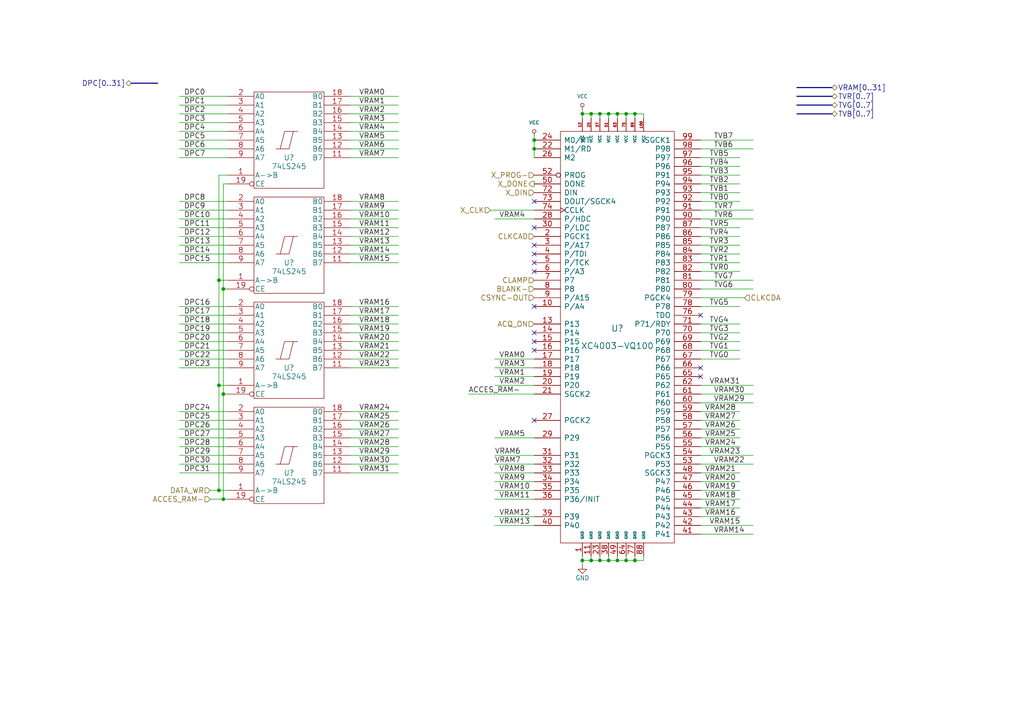
<source format=kicad_sch>
(kicad_sch (version 20250114) (generator "eeschema") (generator_version "9.0")
  (paper "A4")
  (title_block (title "Video") (date "Sun 22 Mar 2015") (rev "2.0B") (company "Kicad EDA"))
  (lib_symbols
    (symbol "74LS245_1" (pin_names (offset 0.254))
      (property "Reference" "U" (at 2.54 14.605 0))
      (property "Value" "74LS245" (at 1.27 -14.605 0))
      (symbol "74LS245_1_0_0"
        (pin power_in line (at 0 13.97 270) (length 0) (hide yes) (name "VCC") (number "20"))
        (pin power_in line (at 0 -13.97 90) (length 0) (hide yes) (name "GND") (number "10"))
      )
      (symbol "74LS245_1_0_1"
        (rectangle (start -10.16 13.97) (end 10.16 -13.97))
        (polyline (pts (xy 1.27 2.54) (xy 0 -2.54) (xy -2.54 -2.54)))
        (polyline (pts (xy 2.54 2.54) (xy -1.27 2.54) (xy -2.54 -2.54) (xy -3.81 -2.54)))
      )
      (symbol "74LS245_1_1_1"
        (pin tri_state line (at -17.78 12.7 0) (length 7.62) (name "A0") (number "2"))
        (pin tri_state line (at -17.78 10.16 0) (length 7.62) (name "A1") (number "3"))
        (pin tri_state line (at -17.78 7.62 0) (length 7.62) (name "A2") (number "4"))
        (pin tri_state line (at -17.78 5.08 0) (length 7.62) (name "A3") (number "5"))
        (pin tri_state line (at -17.78 2.54 0) (length 7.62) (name "A4") (number "6"))
        (pin tri_state line (at -17.78 0 0) (length 7.62) (name "A5") (number "7"))
        (pin tri_state line (at -17.78 -2.54 0) (length 7.62) (name "A6") (number "8"))
        (pin tri_state line (at -17.78 -5.08 0) (length 7.62) (name "A7") (number "9"))
        (pin input line (at -17.78 -10.16 0) (length 7.62) (name "A->B") (number "1"))
        (pin input inverted (at -17.78 -12.7 0) (length 7.62) (name "CE") (number "19"))
        (pin tri_state line (at 17.78 12.7 180) (length 7.62) (name "B0") (number "18"))
        (pin tri_state line (at 17.78 10.16 180) (length 7.62) (name "B1") (number "17"))
        (pin tri_state line (at 17.78 7.62 180) (length 7.62) (name "B2") (number "16"))
        (pin tri_state line (at 17.78 5.08 180) (length 7.62) (name "B3") (number "15"))
        (pin tri_state line (at 17.78 2.54 180) (length 7.62) (name "B4") (number "14"))
        (pin tri_state line (at 17.78 0 180) (length 7.62) (name "B5") (number "13"))
        (pin tri_state line (at 17.78 -2.54 180) (length 7.62) (name "B6") (number "12"))
        (pin tri_state line (at 17.78 -5.08 180) (length 7.62) (name "B7") (number "11"))
      )
    )
    (symbol "74LS245_2" (pin_names (offset 0.254))
      (property "Reference" "U" (at 2.54 14.605 0))
      (property "Value" "74LS245" (at 1.27 -14.605 0))
      (symbol "74LS245_2_0_0"
        (pin power_in line (at 0 13.97 270) (length 0) (hide yes) (name "VCC") (number "20"))
        (pin power_in line (at 0 -13.97 90) (length 0) (hide yes) (name "GND") (number "10"))
      )
      (symbol "74LS245_2_0_1"
        (rectangle (start -10.16 13.97) (end 10.16 -13.97))
        (polyline (pts (xy 1.27 2.54) (xy 0 -2.54) (xy -2.54 -2.54)))
        (polyline (pts (xy 2.54 2.54) (xy -1.27 2.54) (xy -2.54 -2.54) (xy -3.81 -2.54)))
      )
      (symbol "74LS245_2_1_1"
        (pin tri_state line (at -17.78 12.7 0) (length 7.62) (name "A0") (number "2"))
        (pin tri_state line (at -17.78 10.16 0) (length 7.62) (name "A1") (number "3"))
        (pin tri_state line (at -17.78 7.62 0) (length 7.62) (name "A2") (number "4"))
        (pin tri_state line (at -17.78 5.08 0) (length 7.62) (name "A3") (number "5"))
        (pin tri_state line (at -17.78 2.54 0) (length 7.62) (name "A4") (number "6"))
        (pin tri_state line (at -17.78 0 0) (length 7.62) (name "A5") (number "7"))
        (pin tri_state line (at -17.78 -2.54 0) (length 7.62) (name "A6") (number "8"))
        (pin tri_state line (at -17.78 -5.08 0) (length 7.62) (name "A7") (number "9"))
        (pin input line (at -17.78 -10.16 0) (length 7.62) (name "A->B") (number "1"))
        (pin input inverted (at -17.78 -12.7 0) (length 7.62) (name "CE") (number "19"))
        (pin tri_state line (at 17.78 12.7 180) (length 7.62) (name "B0") (number "18"))
        (pin tri_state line (at 17.78 10.16 180) (length 7.62) (name "B1") (number "17"))
        (pin tri_state line (at 17.78 7.62 180) (length 7.62) (name "B2") (number "16"))
        (pin tri_state line (at 17.78 5.08 180) (length 7.62) (name "B3") (number "15"))
        (pin tri_state line (at 17.78 2.54 180) (length 7.62) (name "B4") (number "14"))
        (pin tri_state line (at 17.78 0 180) (length 7.62) (name "B5") (number "13"))
        (pin tri_state line (at 17.78 -2.54 180) (length 7.62) (name "B6") (number "12"))
        (pin tri_state line (at 17.78 -5.08 180) (length 7.62) (name "B7") (number "11"))
      )
    )
    (symbol "74LS245_3" (pin_names (offset 0.254))
      (property "Reference" "U" (at 2.54 14.605 0))
      (property "Value" "74LS245" (at 1.27 -14.605 0))
      (symbol "74LS245_3_0_0"
        (pin power_in line (at 0 13.97 270) (length 0) (hide yes) (name "VCC") (number "20"))
        (pin power_in line (at 0 -13.97 90) (length 0) (hide yes) (name "GND") (number "10"))
      )
      (symbol "74LS245_3_0_1"
        (rectangle (start -10.16 13.97) (end 10.16 -13.97))
        (polyline (pts (xy 1.27 2.54) (xy 0 -2.54) (xy -2.54 -2.54)))
        (polyline (pts (xy 2.54 2.54) (xy -1.27 2.54) (xy -2.54 -2.54) (xy -3.81 -2.54)))
      )
      (symbol "74LS245_3_1_1"
        (pin tri_state line (at -17.78 12.7 0) (length 7.62) (name "A0") (number "2"))
        (pin tri_state line (at -17.78 10.16 0) (length 7.62) (name "A1") (number "3"))
        (pin tri_state line (at -17.78 7.62 0) (length 7.62) (name "A2") (number "4"))
        (pin tri_state line (at -17.78 5.08 0) (length 7.62) (name "A3") (number "5"))
        (pin tri_state line (at -17.78 2.54 0) (length 7.62) (name "A4") (number "6"))
        (pin tri_state line (at -17.78 0 0) (length 7.62) (name "A5") (number "7"))
        (pin tri_state line (at -17.78 -2.54 0) (length 7.62) (name "A6") (number "8"))
        (pin tri_state line (at -17.78 -5.08 0) (length 7.62) (name "A7") (number "9"))
        (pin input line (at -17.78 -10.16 0) (length 7.62) (name "A->B") (number "1"))
        (pin input inverted (at -17.78 -12.7 0) (length 7.62) (name "CE") (number "19"))
        (pin tri_state line (at 17.78 12.7 180) (length 7.62) (name "B0") (number "18"))
        (pin tri_state line (at 17.78 10.16 180) (length 7.62) (name "B1") (number "17"))
        (pin tri_state line (at 17.78 7.62 180) (length 7.62) (name "B2") (number "16"))
        (pin tri_state line (at 17.78 5.08 180) (length 7.62) (name "B3") (number "15"))
        (pin tri_state line (at 17.78 2.54 180) (length 7.62) (name "B4") (number "14"))
        (pin tri_state line (at 17.78 0 180) (length 7.62) (name "B5") (number "13"))
        (pin tri_state line (at 17.78 -2.54 180) (length 7.62) (name "B6") (number "12"))
        (pin tri_state line (at 17.78 -5.08 180) (length 7.62) (name "B7") (number "11"))
      )
    )
    (symbol "power:GND" (power) (pin_names (offset 0))
      (property "Value" "GND" (at 0 -3.81 0))
      (symbol "GND_0_1"
        (polyline (pts (xy 0 0) (xy 0 -1.27) (xy 1.27 -1.27) (xy 0 -2.54) (xy -1.27 -1.27) (xy 0 -1.27)))
      )
      (symbol "GND_1_1"
        (pin power_in line (at 0 0 270) (length 0) (hide yes) (name "GND") (number "1"))
      )
    )
    (symbol "video_schlib:74LS245" (pin_names (offset 0.254))
      (property "Reference" "U" (at 2.54 14.605 0))
      (property "Value" "74LS245" (at 1.27 -14.605 0))
      (symbol "74LS245_0_0"
        (pin power_in line (at 0 13.97 270) (length 0) (hide yes) (name "VCC") (number "20"))
        (pin power_in line (at 0 -13.97 90) (length 0) (hide yes) (name "GND") (number "10"))
      )
      (symbol "74LS245_0_1"
        (rectangle (start -10.16 13.97) (end 10.16 -13.97))
        (polyline (pts (xy 1.27 2.54) (xy 0 -2.54) (xy -2.54 -2.54)))
        (polyline (pts (xy 2.54 2.54) (xy -1.27 2.54) (xy -2.54 -2.54) (xy -3.81 -2.54)))
      )
      (symbol "74LS245_1_1"
        (pin tri_state line (at -17.78 12.7 0) (length 7.62) (name "A0") (number "2"))
        (pin tri_state line (at -17.78 10.16 0) (length 7.62) (name "A1") (number "3"))
        (pin tri_state line (at -17.78 7.62 0) (length 7.62) (name "A2") (number "4"))
        (pin tri_state line (at -17.78 5.08 0) (length 7.62) (name "A3") (number "5"))
        (pin tri_state line (at -17.78 2.54 0) (length 7.62) (name "A4") (number "6"))
        (pin tri_state line (at -17.78 0 0) (length 7.62) (name "A5") (number "7"))
        (pin tri_state line (at -17.78 -2.54 0) (length 7.62) (name "A6") (number "8"))
        (pin tri_state line (at -17.78 -5.08 0) (length 7.62) (name "A7") (number "9"))
        (pin input line (at -17.78 -10.16 0) (length 7.62) (name "A->B") (number "1"))
        (pin input inverted (at -17.78 -12.7 0) (length 7.62) (name "CE") (number "19"))
        (pin tri_state line (at 17.78 12.7 180) (length 7.62) (name "B0") (number "18"))
        (pin tri_state line (at 17.78 10.16 180) (length 7.62) (name "B1") (number "17"))
        (pin tri_state line (at 17.78 7.62 180) (length 7.62) (name "B2") (number "16"))
        (pin tri_state line (at 17.78 5.08 180) (length 7.62) (name "B3") (number "15"))
        (pin tri_state line (at 17.78 2.54 180) (length 7.62) (name "B4") (number "14"))
        (pin tri_state line (at 17.78 0 180) (length 7.62) (name "B5") (number "13"))
        (pin tri_state line (at 17.78 -2.54 180) (length 7.62) (name "B6") (number "12"))
        (pin tri_state line (at 17.78 -5.08 180) (length 7.62) (name "B7") (number "11"))
      )
    )
    (symbol "video_schlib:VCC" (power) (pin_names (offset 0))
      (property "Value" "VCC" (at 0 2.54 0))
      (symbol "VCC_0_0"
        (pin power_in line (at 0 0 90) (length 0) (hide yes) (name "VCC") (number "1"))
      )
      (symbol "VCC_0_1"
        (circle (center 0 1.27) (radius 0.508))
        (polyline (pts (xy 0 0) (xy 0 0.762) (xy 0 0.762)))
      )
    )
    (symbol "video_schlib:XC4003-VQ100" (pin_names (offset 1.016))
      (property "Reference" "U" (at 0 2.54 0))
      (property "Value" "XC4003-VQ100" (at 0 -2.54 0))
      (symbol "XC4003-VQ100_0_1"
        (rectangle (start -16.51 -59.69) (end 16.51 59.69))
      )
      (symbol "XC4003-VQ100_1_1"
        (pin input line (at -24.13 57.15 0) (length 7.62) (name "M0/RT") (number "24"))
        (pin input line (at -24.13 54.61 0) (length 7.62) (name "M1/RD") (number "22"))
        (pin passive line (at -24.13 52.07 0) (length 7.62) (name "M2") (number "26"))
        (pin input inverted (at -24.13 46.99 0) (length 7.62) (name "PROG") (number "52"))
        (pin open_collector line (at -24.13 44.45 0) (length 7.62) (name "DONE") (number "50"))
        (pin passive line (at -24.13 41.91 0) (length 7.62) (name "DIN") (number "72"))
        (pin passive line (at -24.13 39.37 0) (length 7.62) (name "DOUT/SGCK4") (number "73"))
        (pin input clock (at -24.13 36.83 0) (length 7.62) (name "CCLK") (number "74"))
        (pin passive line (at -24.13 34.29 0) (length 7.62) (name "P/HDC") (number "28"))
        (pin passive line (at -24.13 31.75 0) (length 7.62) (name "P/LDC") (number "30"))
        (pin passive line (at -24.13 29.21 0) (length 7.62) (name "PGCK1") (number "2"))
        (pin passive line (at -24.13 26.67 0) (length 7.62) (name "P/A17") (number "3"))
        (pin passive line (at -24.13 24.13 0) (length 7.62) (name "P/TDI") (number "4"))
        (pin passive line (at -24.13 21.59 0) (length 7.62) (name "P/TCK") (number "5"))
        (pin passive line (at -24.13 19.05 0) (length 7.62) (name "P/A3") (number "6"))
        (pin passive line (at -24.13 16.51 0) (length 7.62) (name "P7") (number "7"))
        (pin passive line (at -24.13 13.97 0) (length 7.62) (name "P8") (number "8"))
        (pin passive line (at -24.13 11.43 0) (length 7.62) (name "P/A15") (number "9"))
        (pin passive line (at -24.13 8.89 0) (length 7.62) (name "P/A4") (number "10"))
        (pin bidirectional line (at -24.13 3.81 0) (length 7.62) (name "P13") (number "13"))
        (pin passive line (at -24.13 1.27 0) (length 7.62) (name "P14") (number "14"))
        (pin passive line (at -24.13 -1.27 0) (length 7.62) (name "P15") (number "15"))
        (pin passive line (at -24.13 -3.81 0) (length 7.62) (name "P16") (number "16"))
        (pin passive line (at -24.13 -6.35 0) (length 7.62) (name "P17") (number "17"))
        (pin passive line (at -24.13 -8.89 0) (length 7.62) (name "P18") (number "18"))
        (pin passive line (at -24.13 -11.43 0) (length 7.62) (name "P19") (number "19"))
        (pin passive line (at -24.13 -13.97 0) (length 7.62) (name "P20") (number "20"))
        (pin passive line (at -24.13 -16.51 0) (length 7.62) (name "SGCK2") (number "21"))
        (pin passive line (at -24.13 -24.13 0) (length 7.62) (name "PGCK2") (number "27"))
        (pin passive line (at -24.13 -29.21 0) (length 7.62) (name "P29") (number "29"))
        (pin passive line (at -24.13 -34.29 0) (length 7.62) (name "P31") (number "31"))
        (pin passive line (at -24.13 -36.83 0) (length 7.62) (name "P32") (number "32"))
        (pin passive line (at -24.13 -39.37 0) (length 7.62) (name "P33") (number "33"))
        (pin passive line (at -24.13 -41.91 0) (length 7.62) (name "P34") (number "34"))
        (pin passive line (at -24.13 -44.45 0) (length 7.62) (name "P35") (number "35"))
        (pin passive line (at -24.13 -46.99 0) (length 7.62) (name "P36/INIT") (number "36"))
        (pin passive line (at -24.13 -52.07 0) (length 7.62) (name "P39") (number "39"))
        (pin passive line (at -24.13 -54.61 0) (length 7.62) (name "P40") (number "40"))
        (pin power_in line (at -10.16 63.5 270) (length 3.81) (name "VCC") (number "12"))
        (pin power_in line (at -10.16 -63.5 90) (length 3.81) (name "GND") (number "1"))
        (pin power_in line (at -7.62 63.5 270) (length 3.81) (name "VCC") (number "25"))
        (pin power_in line (at -7.62 -63.5 90) (length 3.81) (name "GND") (number "11"))
        (pin power_in line (at -5.08 63.5 270) (length 3.81) (name "VCC") (number "37"))
        (pin power_in line (at -5.08 -63.5 90) (length 3.81) (name "GND") (number "23"))
        (pin power_in line (at -2.54 63.5 270) (length 3.81) (name "VCC") (number "51"))
        (pin power_in line (at -2.54 -63.5 90) (length 3.81) (name "GND") (number "38"))
        (pin power_in line (at 0 63.5 270) (length 3.81) (name "VCC") (number "63"))
        (pin power_in line (at 0 -63.5 90) (length 3.81) (name "GND") (number "49"))
        (pin power_in line (at 2.54 63.5 270) (length 3.81) (name "VCC") (number "75"))
        (pin power_in line (at 2.54 -63.5 90) (length 3.81) (name "GND") (number "64"))
        (pin power_in line (at 5.08 63.5 270) (length 3.81) (name "VCC") (number "89"))
        (pin power_in line (at 5.08 -63.5 90) (length 3.81) (name "GND") (number "77"))
        (pin power_in line (at 7.62 63.5 270) (length 3.81) (name "VCC") (number "100"))
        (pin power_in line (at 7.62 -63.5 90) (length 3.81) (name "GND") (number "88"))
        (pin bidirectional line (at 24.13 57.15 180) (length 7.62) (name "SGCK1") (number "99"))
        (pin bidirectional line (at 24.13 54.61 180) (length 7.62) (name "P98") (number "98"))
        (pin passive line (at 24.13 52.07 180) (length 7.62) (name "P97") (number "97"))
        (pin passive line (at 24.13 49.53 180) (length 7.62) (name "P96") (number "96"))
        (pin passive line (at 24.13 46.99 180) (length 7.62) (name "P91") (number "95"))
        (pin passive line (at 24.13 44.45 180) (length 7.62) (name "P94") (number "94"))
        (pin passive line (at 24.13 41.91 180) (length 7.62) (name "P93") (number "93"))
        (pin passive line (at 24.13 39.37 180) (length 7.62) (name "P92") (number "92"))
        (pin passive line (at 24.13 36.83 180) (length 7.62) (name "P91") (number "91"))
        (pin bidirectional line (at 24.13 34.29 180) (length 7.62) (name "P90") (number "90"))
        (pin passive line (at 24.13 31.75 180) (length 7.62) (name "P87") (number "87"))
        (pin passive line (at 24.13 29.21 180) (length 7.62) (name "P86") (number "86"))
        (pin passive line (at 24.13 26.67 180) (length 7.62) (name "P85") (number "85"))
        (pin passive line (at 24.13 24.13 180) (length 7.62) (name "P84") (number "84"))
        (pin passive line (at 24.13 21.59 180) (length 7.62) (name "P83") (number "83"))
        (pin passive line (at 24.13 19.05 180) (length 7.62) (name "P82") (number "82"))
        (pin passive line (at 24.13 16.51 180) (length 7.62) (name "P81") (number "81"))
        (pin passive line (at 24.13 13.97 180) (length 7.62) (name "P80") (number "80"))
        (pin passive line (at 24.13 11.43 180) (length 7.62) (name "PGCK4") (number "79"))
        (pin passive line (at 24.13 8.89 180) (length 7.62) (name "P78") (number "78"))
        (pin output line (at 24.13 6.35 180) (length 7.62) (name "TDO") (number "76"))
        (pin passive line (at 24.13 3.81 180) (length 7.62) (name "P71/RDY") (number "71"))
        (pin passive line (at 24.13 1.27 180) (length 7.62) (name "P70") (number "70"))
        (pin passive line (at 24.13 -1.27 180) (length 7.62) (name "P69") (number "69"))
        (pin passive line (at 24.13 -3.81 180) (length 7.62) (name "P68") (number "68"))
        (pin passive line (at 24.13 -6.35 180) (length 7.62) (name "P67") (number "67"))
        (pin passive line (at 24.13 -8.89 180) (length 7.62) (name "P66") (number "66"))
        (pin passive line (at 24.13 -11.43 180) (length 7.62) (name "P65") (number "65"))
        (pin passive line (at 24.13 -13.97 180) (length 7.62) (name "P62") (number "62"))
        (pin passive line (at 24.13 -16.51 180) (length 7.62) (name "P61") (number "61"))
        (pin passive line (at 24.13 -19.05 180) (length 7.62) (name "P60") (number "60"))
        (pin passive line (at 24.13 -21.59 180) (length 7.62) (name "P59") (number "59"))
        (pin passive line (at 24.13 -24.13 180) (length 7.62) (name "P58") (number "58"))
        (pin passive line (at 24.13 -26.67 180) (length 7.62) (name "P57") (number "57"))
        (pin bidirectional line (at 24.13 -29.21 180) (length 7.62) (name "P56") (number "56"))
        (pin passive line (at 24.13 -31.75 180) (length 7.62) (name "P55") (number "55"))
        (pin bidirectional line (at 24.13 -34.29 180) (length 7.62) (name "PGCK3") (number "54"))
        (pin bidirectional line (at 24.13 -36.83 180) (length 7.62) (name "P53") (number "53"))
        (pin passive line (at 24.13 -39.37 180) (length 7.62) (name "SGCK3") (number "48"))
        (pin passive line (at 24.13 -41.91 180) (length 7.62) (name "P47") (number "47"))
        (pin passive line (at 24.13 -44.45 180) (length 7.62) (name "P46") (number "46"))
        (pin passive line (at 24.13 -46.99 180) (length 7.62) (name "P45") (number "45"))
        (pin passive line (at 24.13 -49.53 180) (length 7.62) (name "P44") (number "44"))
        (pin passive line (at 24.13 -52.07 180) (length 7.62) (name "P43") (number "43"))
        (pin passive line (at 24.13 -54.61 180) (length 7.62) (name "P42") (number "42"))
        (pin passive line (at 24.13 -57.15 180) (length 7.62) (name "P41") (number "41"))
      )
    )
  )
  (junction (at 154.94 40.64) (diameter 0.9144))
  (junction (at 168.91 33.02))
  (junction (at 173.99 33.02))
  (junction (at 173.99 162.56))
  (junction (at 64.77 144.78) (diameter 0.9144))
  (junction (at 181.61 162.56))
  (junction (at 179.07 162.56))
  (junction (at 171.45 33.02))
  (junction (at 168.91 162.56))
  (junction (at 184.15 33.02))
  (junction (at 184.15 162.56))
  (junction (at 171.45 162.56))
  (junction (at 181.61 33.02))
  (junction (at 176.53 162.56))
  (junction (at 63.5 81.28) (diameter 0.9144))
  (junction (at 154.94 43.18) (diameter 0.9144))
  (junction (at 176.53 33.02))
  (junction (at 64.77 114.3) (diameter 0.9144))
  (junction (at 63.5 111.76) (diameter 0.9144))
  (junction (at 64.77 83.82) (diameter 0.9144))
  (junction (at 63.5 142.24) (diameter 0.9144))
  (junction (at 179.07 33.02))
  (no_connect (at 154.94 96.52))
  (no_connect (at 154.94 58.42))
  (no_connect (at 154.94 73.66))
  (no_connect (at 154.94 78.74))
  (no_connect (at 154.94 66.04))
  (no_connect (at 154.94 71.12))
  (no_connect (at 203.2 109.22))
  (no_connect (at 203.2 91.44))
  (no_connect (at 154.94 88.9))
  (no_connect (at 154.94 76.2))
  (no_connect (at 203.2 106.68))
  (no_connect (at 154.94 121.92))
  (no_connect (at 154.94 99.06))
  (no_connect (at 154.94 101.6))
  (wire (pts (xy 66.04 101.6) (xy 52.07 101.6)))
  (wire (pts (xy 143.51 149.86) (xy 154.94 149.86)))
  (wire (pts (xy 101.6 93.98) (xy 115.57 93.98)))
  (wire (pts (xy 154.94 40.64) (xy 154.94 39.37)))
  (wire (pts (xy 203.2 93.98) (xy 214.63 93.98)))
  (wire (pts (xy 203.2 101.6) (xy 214.63 101.6)))
  (wire (pts (xy 176.53 161.29) (xy 176.53 162.56)))
  (wire (pts (xy 154.94 43.18) (xy 154.94 40.64)))
  (wire (pts (xy 143.51 127) (xy 154.94 127)))
  (wire (pts (xy 63.5 50.8) (xy 66.04 50.8)))
  (wire (pts (xy 143.51 144.78) (xy 154.94 144.78)))
  (wire (pts (xy 63.5 142.24) (xy 66.04 142.24)))
  (wire (pts (xy 66.04 63.5) (xy 52.07 63.5)))
  (wire (pts (xy 176.53 162.56) (xy 173.99 162.56)))
  (wire (pts (xy 168.91 33.02) (xy 168.91 34.29)))
  (wire (pts (xy 154.94 45.72) (xy 154.94 43.18)))
  (wire (pts (xy 101.6 45.72) (xy 115.57 45.72)))
  (wire (pts (xy 66.04 45.72) (xy 52.07 45.72)))
  (wire (pts (xy 66.04 66.04) (xy 52.07 66.04)))
  (wire (pts (xy 66.04 27.94) (xy 52.07 27.94)))
  (wire (pts (xy 179.07 162.56) (xy 176.53 162.56)))
  (wire (pts (xy 66.04 58.42) (xy 52.07 58.42)))
  (wire (pts (xy 101.6 58.42) (xy 115.57 58.42)))
  (wire (pts (xy 101.6 134.62) (xy 115.57 134.62)))
  (wire (pts (xy 64.77 83.82) (xy 64.77 53.34)))
  (wire (pts (xy 203.2 45.72) (xy 214.63 45.72)))
  (wire (pts (xy 203.2 121.92) (xy 214.63 121.92)))
  (wire (pts (xy 218.44 81.28) (xy 203.2 81.28)))
  (wire (pts (xy 203.2 139.7) (xy 214.63 139.7)))
  (wire (pts (xy 179.07 161.29) (xy 179.07 162.56)))
  (bus (pts (xy 231.14 25.4) (xy 241.3 25.4)))
  (wire (pts (xy 203.2 88.9) (xy 214.63 88.9)))
  (wire (pts (xy 218.44 152.4) (xy 203.2 152.4)))
  (wire (pts (xy 66.04 88.9) (xy 52.07 88.9)))
  (wire (pts (xy 218.44 114.3) (xy 203.2 114.3)))
  (wire (pts (xy 171.45 161.29) (xy 171.45 162.56)))
  (wire (pts (xy 66.04 83.82) (xy 64.77 83.82)))
  (wire (pts (xy 66.04 30.48) (xy 52.07 30.48)))
  (wire (pts (xy 66.04 132.08) (xy 52.07 132.08)))
  (wire (pts (xy 154.94 60.96) (xy 142.24 60.96)))
  (wire (pts (xy 101.6 91.44) (xy 115.57 91.44)))
  (wire (pts (xy 101.6 101.6) (xy 115.57 101.6)))
  (wire (pts (xy 66.04 73.66) (xy 52.07 73.66)))
  (wire (pts (xy 171.45 33.02) (xy 173.99 33.02)))
  (wire (pts (xy 181.61 162.56) (xy 179.07 162.56)))
  (wire (pts (xy 66.04 35.56) (xy 52.07 35.56)))
  (wire (pts (xy 143.51 111.76) (xy 154.94 111.76)))
  (wire (pts (xy 143.51 152.4) (xy 154.94 152.4)))
  (wire (pts (xy 203.2 78.74) (xy 214.63 78.74)))
  (wire (pts (xy 203.2 124.46) (xy 214.63 124.46)))
  (wire (pts (xy 101.6 35.56) (xy 115.57 35.56)))
  (bus (pts (xy 231.14 30.48) (xy 241.3 30.48)))
  (wire (pts (xy 101.6 63.5) (xy 115.57 63.5)))
  (wire (pts (xy 101.6 73.66) (xy 115.57 73.66)))
  (wire (pts (xy 203.2 127) (xy 214.63 127)))
  (wire (pts (xy 66.04 127) (xy 52.07 127)))
  (wire (pts (xy 181.61 161.29) (xy 181.61 162.56)))
  (wire (pts (xy 218.44 132.08) (xy 203.2 132.08)))
  (wire (pts (xy 66.04 119.38) (xy 52.07 119.38)))
  (wire (pts (xy 181.61 33.02) (xy 181.61 34.29)))
  (wire (pts (xy 63.5 111.76) (xy 63.5 81.28)))
  (wire (pts (xy 101.6 137.16) (xy 115.57 137.16)))
  (wire (pts (xy 64.77 114.3) (xy 64.77 83.82)))
  (wire (pts (xy 101.6 43.18) (xy 115.57 43.18)))
  (wire (pts (xy 66.04 114.3) (xy 64.77 114.3)))
  (wire (pts (xy 101.6 66.04) (xy 115.57 66.04)))
  (wire (pts (xy 101.6 121.92) (xy 115.57 121.92)))
  (wire (pts (xy 171.45 33.02) (xy 171.45 34.29)))
  (wire (pts (xy 203.2 66.04) (xy 214.63 66.04)))
  (wire (pts (xy 218.44 111.76) (xy 203.2 111.76)))
  (wire (pts (xy 179.07 34.29) (xy 179.07 33.02)))
  (wire (pts (xy 64.77 53.34) (xy 66.04 53.34)))
  (wire (pts (xy 203.2 144.78) (xy 214.63 144.78)))
  (wire (pts (xy 101.6 124.46) (xy 115.57 124.46)))
  (wire (pts (xy 218.44 43.18) (xy 203.2 43.18)))
  (wire (pts (xy 66.04 93.98) (xy 52.07 93.98)))
  (wire (pts (xy 184.15 33.02) (xy 186.69 33.02)))
  (wire (pts (xy 179.07 33.02) (xy 181.61 33.02)))
  (wire (pts (xy 203.2 50.8) (xy 214.63 50.8)))
  (wire (pts (xy 66.04 121.92) (xy 52.07 121.92)))
  (wire (pts (xy 171.45 162.56) (xy 168.91 162.56)))
  (wire (pts (xy 203.2 73.66) (xy 214.63 73.66)))
  (wire (pts (xy 203.2 99.06) (xy 214.63 99.06)))
  (wire (pts (xy 66.04 99.06) (xy 52.07 99.06)))
  (wire (pts (xy 66.04 68.58) (xy 52.07 68.58)))
  (wire (pts (xy 168.91 31.75) (xy 168.91 33.02)))
  (wire (pts (xy 186.69 162.56) (xy 184.15 162.56)))
  (wire (pts (xy 66.04 91.44) (xy 52.07 91.44)))
  (wire (pts (xy 203.2 68.58) (xy 214.63 68.58)))
  (wire (pts (xy 66.04 104.14) (xy 52.07 104.14)))
  (wire (pts (xy 203.2 53.34) (xy 214.63 53.34)))
  (wire (pts (xy 173.99 161.29) (xy 173.99 162.56)))
  (wire (pts (xy 203.2 104.14) (xy 214.63 104.14)))
  (wire (pts (xy 60.96 142.24) (xy 63.5 142.24)))
  (wire (pts (xy 203.2 129.54) (xy 214.63 129.54)))
  (wire (pts (xy 66.04 124.46) (xy 52.07 124.46)))
  (wire (pts (xy 218.44 60.96) (xy 203.2 60.96)))
  (wire (pts (xy 184.15 162.56) (xy 181.61 162.56)))
  (wire (pts (xy 203.2 119.38) (xy 214.63 119.38)))
  (wire (pts (xy 66.04 96.52) (xy 52.07 96.52)))
  (wire (pts (xy 101.6 104.14) (xy 115.57 104.14)))
  (wire (pts (xy 218.44 63.5) (xy 203.2 63.5)))
  (wire (pts (xy 66.04 38.1) (xy 52.07 38.1)))
  (wire (pts (xy 203.2 55.88) (xy 214.63 55.88)))
  (wire (pts (xy 143.51 142.24) (xy 154.94 142.24)))
  (wire (pts (xy 203.2 137.16) (xy 214.63 137.16)))
  (wire (pts (xy 203.2 48.26) (xy 214.63 48.26)))
  (wire (pts (xy 143.51 139.7) (xy 154.94 139.7)))
  (wire (pts (xy 101.6 132.08) (xy 115.57 132.08)))
  (wire (pts (xy 168.91 33.02) (xy 171.45 33.02)))
  (wire (pts (xy 101.6 88.9) (xy 115.57 88.9)))
  (wire (pts (xy 176.53 33.02) (xy 179.07 33.02)))
  (wire (pts (xy 101.6 99.06) (xy 115.57 99.06)))
  (wire (pts (xy 63.5 142.24) (xy 63.5 111.76)))
  (wire (pts (xy 66.04 43.18) (xy 52.07 43.18)))
  (wire (pts (xy 203.2 147.32) (xy 214.63 147.32)))
  (wire (pts (xy 101.6 33.02) (xy 115.57 33.02)))
  (wire (pts (xy 101.6 106.68) (xy 115.57 106.68)))
  (wire (pts (xy 66.04 60.96) (xy 52.07 60.96)))
  (wire (pts (xy 101.6 30.48) (xy 115.57 30.48)))
  (wire (pts (xy 173.99 33.02) (xy 176.53 33.02)))
  (wire (pts (xy 66.04 106.68) (xy 52.07 106.68)))
  (wire (pts (xy 218.44 40.64) (xy 203.2 40.64)))
  (wire (pts (xy 176.53 33.02) (xy 176.53 34.29)))
  (wire (pts (xy 143.51 106.68) (xy 154.94 106.68)))
  (bus (pts (xy 231.14 33.02) (xy 241.3 33.02)))
  (wire (pts (xy 184.15 33.02) (xy 184.15 34.29)))
  (wire (pts (xy 101.6 96.52) (xy 115.57 96.52)))
  (bus (pts (xy 38.1 24.13) (xy 45.72 24.13)))
  (wire (pts (xy 203.2 76.2) (xy 214.63 76.2)))
  (wire (pts (xy 66.04 144.78) (xy 64.77 144.78)))
  (wire (pts (xy 101.6 129.54) (xy 115.57 129.54)))
  (wire (pts (xy 168.91 161.29) (xy 168.91 162.56)))
  (wire (pts (xy 203.2 96.52) (xy 214.63 96.52)))
  (wire (pts (xy 181.61 33.02) (xy 184.15 33.02)))
  (wire (pts (xy 101.6 127) (xy 115.57 127)))
  (wire (pts (xy 66.04 129.54) (xy 52.07 129.54)))
  (wire (pts (xy 218.44 83.82) (xy 203.2 83.82)))
  (wire (pts (xy 66.04 137.16) (xy 52.07 137.16)))
  (wire (pts (xy 66.04 33.02) (xy 52.07 33.02)))
  (wire (pts (xy 66.04 40.64) (xy 52.07 40.64)))
  (wire (pts (xy 184.15 161.29) (xy 184.15 162.56)))
  (wire (pts (xy 64.77 144.78) (xy 64.77 114.3)))
  (wire (pts (xy 154.94 134.62) (xy 143.51 134.62)))
  (wire (pts (xy 101.6 38.1) (xy 115.57 38.1)))
  (wire (pts (xy 203.2 142.24) (xy 214.63 142.24)))
  (wire (pts (xy 218.44 154.94) (xy 203.2 154.94)))
  (wire (pts (xy 168.91 162.56) (xy 168.91 163.83)))
  (wire (pts (xy 186.69 33.02) (xy 186.69 34.29)))
  (wire (pts (xy 143.51 109.22) (xy 154.94 109.22)))
  (wire (pts (xy 203.2 86.36) (xy 215.9 86.36)))
  (wire (pts (xy 64.77 144.78) (xy 60.96 144.78)))
  (wire (pts (xy 101.6 119.38) (xy 115.57 119.38)))
  (wire (pts (xy 101.6 40.64) (xy 115.57 40.64)))
  (wire (pts (xy 101.6 60.96) (xy 115.57 60.96)))
  (wire (pts (xy 154.94 114.3) (xy 135.89 114.3)))
  (wire (pts (xy 143.51 137.16) (xy 154.94 137.16)))
  (wire (pts (xy 173.99 33.02) (xy 173.99 34.29)))
  (wire (pts (xy 66.04 81.28) (xy 63.5 81.28)))
  (wire (pts (xy 173.99 162.56) (xy 171.45 162.56)))
  (wire (pts (xy 203.2 71.12) (xy 214.63 71.12)))
  (wire (pts (xy 66.04 134.62) (xy 52.07 134.62)))
  (wire (pts (xy 101.6 76.2) (xy 115.57 76.2)))
  (wire (pts (xy 66.04 76.2) (xy 52.07 76.2)))
  (wire (pts (xy 203.2 58.42) (xy 214.63 58.42)))
  (wire (pts (xy 66.04 111.76) (xy 63.5 111.76)))
  (wire (pts (xy 63.5 81.28) (xy 63.5 50.8)))
  (wire (pts (xy 66.04 71.12) (xy 52.07 71.12)))
  (wire (pts (xy 101.6 68.58) (xy 115.57 68.58)))
  (wire (pts (xy 143.51 63.5) (xy 154.94 63.5)))
  (wire (pts (xy 186.69 161.29) (xy 186.69 162.56)))
  (wire (pts (xy 101.6 27.94) (xy 115.57 27.94)))
  (wire (pts (xy 101.6 71.12) (xy 115.57 71.12)))
  (wire (pts (xy 218.44 116.84) (xy 203.2 116.84)))
  (wire (pts (xy 143.51 104.14) (xy 154.94 104.14)))
  (wire (pts (xy 218.44 134.62) (xy 203.2 134.62)))
  (wire (pts (xy 203.2 149.86) (xy 214.63 149.86)))
  (bus (pts (xy 231.14 27.94) (xy 241.3 27.94)))
  (wire (pts (xy 154.94 132.08) (xy 143.51 132.08)))
  (label "DPC1" (at 53.34 30.48 0) (effects (font (size 1.524 1.524))))
  (label "VRAM10" (at 144.78 142.24 0) (effects (font (size 1.524 1.524))))
  (label "TVR2" (at 205.74 73.66 0) (effects (font (size 1.524 1.524))))
  (label "VRAM30" (at 104.14 134.62 0) (effects (font (size 1.524 1.524))))
  (label "TVB4" (at 205.74 48.26 0) (effects (font (size 1.524 1.524))))
  (label "VRAM24" (at 204.47 129.54 0) (effects (font (size 1.524 1.524))))
  (label "VRAM8" (at 104.14 58.42 0) (effects (font (size 1.524 1.524))))
  (label "DPC27" (at 53.34 127 0) (effects (font (size 1.524 1.524))))
  (label "TVR0" (at 205.74 78.74 0) (effects (font (size 1.524 1.524))))
  (label "VRAM5" (at 104.14 40.64 0) (effects (font (size 1.524 1.524))))
  (label "TVB0" (at 205.74 58.42 0) (effects (font (size 1.524 1.524))))
  (label "DPC17" (at 53.34 91.44 0) (effects (font (size 1.524 1.524))))
  (label "DPC3" (at 53.34 35.56 0) (effects (font (size 1.524 1.524))))
  (label "VRAM8" (at 144.78 137.16 0) (effects (font (size 1.524 1.524))))
  (label "VRAM27" (at 204.47 121.92 0) (effects (font (size 1.524 1.524))))
  (label "VRAM11" (at 144.78 144.78 0) (effects (font (size 1.524 1.524))))
  (label "VRAM21" (at 104.14 101.6 0) (effects (font (size 1.524 1.524))))
  (label "VRAM14" (at 207.01 154.94 0) (effects (font (size 1.524 1.524))))
  (label "VRAM11" (at 104.14 66.04 0) (effects (font (size 1.524 1.524))))
  (label "VRAM20" (at 104.14 99.06 0) (effects (font (size 1.524 1.524))))
  (label "VRAM24" (at 104.14 119.38 0) (effects (font (size 1.524 1.524))))
  (label "DPC16" (at 53.34 88.9 0) (effects (font (size 1.524 1.524))))
  (label "VRAM9" (at 104.14 60.96 0) (effects (font (size 1.524 1.524))))
  (label "VRAM22" (at 207.01 134.62 0) (effects (font (size 1.524 1.524))))
  (label "VRAM5" (at 144.78 127 0) (effects (font (size 1.524 1.524))))
  (label "VRAM19" (at 204.47 142.24 0) (effects (font (size 1.524 1.524))))
  (label "TVG2" (at 205.74 99.06 0) (effects (font (size 1.524 1.524))))
  (label "VRAM17" (at 204.47 147.32 0) (effects (font (size 1.524 1.524))))
  (label "TVB7" (at 207.01 40.64 0) (effects (font (size 1.524 1.524))))
  (label "DPC18" (at 53.34 93.98 0) (effects (font (size 1.524 1.524))))
  (label "VRAM12" (at 144.78 149.86 0) (effects (font (size 1.524 1.524))))
  (label "VRAM3" (at 144.78 106.68 0) (effects (font (size 1.524 1.524))))
  (label "VRAM25" (at 104.14 121.92 0) (effects (font (size 1.524 1.524))))
  (label "VRAM30" (at 207.01 114.3 0) (effects (font (size 1.524 1.524))))
  (label "TVR4" (at 205.74 68.58 0) (effects (font (size 1.524 1.524))))
  (label "TVR5" (at 205.74 66.04 0) (effects (font (size 1.524 1.524))))
  (label "TVG4" (at 205.74 93.98 0) (effects (font (size 1.524 1.524))))
  (label "DPC20" (at 53.34 99.06 0) (effects (font (size 1.524 1.524))))
  (label "VRAM22" (at 104.14 104.14 0) (effects (font (size 1.524 1.524))))
  (label "DPC25" (at 53.34 121.92 0) (effects (font (size 1.524 1.524))))
  (label "VRAM12" (at 104.14 68.58 0) (effects (font (size 1.524 1.524))))
  (label "DPC6" (at 53.34 43.18 0) (effects (font (size 1.524 1.524))))
  (label "VRAM0" (at 144.78 104.14 0) (effects (font (size 1.524 1.524))))
  (label "TVB1" (at 205.74 55.88 0) (effects (font (size 1.524 1.524))))
  (label "DPC24" (at 53.34 119.38 0) (effects (font (size 1.524 1.524))))
  (label "VRAM27" (at 104.14 127 0) (effects (font (size 1.524 1.524))))
  (label "VRAM4" (at 104.14 38.1 0) (effects (font (size 1.524 1.524))))
  (label "VRAM23" (at 205.74 132.08 0) (effects (font (size 1.524 1.524))))
  (label "DPC10" (at 53.34 63.5 0) (effects (font (size 1.524 1.524))))
  (label "DPC12" (at 53.34 68.58 0) (effects (font (size 1.524 1.524))))
  (label "TVG5" (at 205.74 88.9 0) (effects (font (size 1.524 1.524))))
  (label "VRAM9" (at 144.78 139.7 0) (effects (font (size 1.524 1.524))))
  (label "VRAM31" (at 205.74 111.76 0) (effects (font (size 1.524 1.524))))
  (label "DPC0" (at 53.34 27.94 0) (effects (font (size 1.524 1.524))))
  (label "VRAM20" (at 204.47 139.7 0) (effects (font (size 1.524 1.524))))
  (label "DPC15" (at 53.34 76.2 0) (effects (font (size 1.524 1.524))))
  (label "TVB3" (at 205.74 50.8 0) (effects (font (size 1.524 1.524))))
  (label "DPC5" (at 53.34 40.64 0) (effects (font (size 1.524 1.524))))
  (label "VRAM0" (at 104.14 27.94 0) (effects (font (size 1.524 1.524))))
  (label "DPC29" (at 53.34 132.08 0) (effects (font (size 1.524 1.524))))
  (label "VRAM6" (at 143.51 132.08 0) (effects (font (size 1.524 1.524))))
  (label "VRAM16" (at 204.47 149.86 0) (effects (font (size 1.524 1.524))))
  (label "VRAM1" (at 104.14 30.48 0) (effects (font (size 1.524 1.524))))
  (label "VRAM18" (at 204.47 144.78 0) (effects (font (size 1.524 1.524))))
  (label "VRAM29" (at 104.14 132.08 0) (effects (font (size 1.524 1.524))))
  (label "VRAM18" (at 104.14 93.98 0) (effects (font (size 1.524 1.524))))
  (label "VRAM26" (at 104.14 124.46 0) (effects (font (size 1.524 1.524))))
  (label "TVG7" (at 207.01 81.28 0) (effects (font (size 1.524 1.524))))
  (label "VRAM6" (at 104.14 43.18 0) (effects (font (size 1.524 1.524))))
  (label "DPC28" (at 53.34 129.54 0) (effects (font (size 1.524 1.524))))
  (label "VRAM7" (at 104.14 45.72 0) (effects (font (size 1.524 1.524))))
  (label "VRAM7" (at 143.51 134.62 0) (effects (font (size 1.524 1.524))))
  (label "VRAM2" (at 144.78 111.76 0) (effects (font (size 1.524 1.524))))
  (label "VRAM14" (at 104.14 73.66 0) (effects (font (size 1.524 1.524))))
  (label "TVR3" (at 205.74 71.12 0) (effects (font (size 1.524 1.524))))
  (label "VRAM29" (at 207.01 116.84 0) (effects (font (size 1.524 1.524))))
  (label "DPC11" (at 53.34 66.04 0) (effects (font (size 1.524 1.524))))
  (label "VRAM2" (at 104.14 33.02 0) (effects (font (size 1.524 1.524))))
  (label "DPC8" (at 53.34 58.42 0) (effects (font (size 1.524 1.524))))
  (label "DPC7" (at 53.34 45.72 0) (effects (font (size 1.524 1.524))))
  (label "TVB6" (at 207.01 43.18 0) (effects (font (size 1.524 1.524))))
  (label "DPC19" (at 53.34 96.52 0) (effects (font (size 1.524 1.524))))
  (label "DPC14" (at 53.34 73.66 0) (effects (font (size 1.524 1.524))))
  (label "DPC31" (at 53.34 137.16 0) (effects (font (size 1.524 1.524))))
  (label "VRAM13" (at 104.14 71.12 0) (effects (font (size 1.524 1.524))))
  (label "TVB5" (at 205.74 45.72 0) (effects (font (size 1.524 1.524))))
  (label "VRAM28" (at 204.47 119.38 0) (effects (font (size 1.524 1.524))))
  (label "TVR6" (at 207.01 63.5 0) (effects (font (size 1.524 1.524))))
  (label "DPC23" (at 53.34 106.68 0) (effects (font (size 1.524 1.524))))
  (label "DPC21" (at 53.34 101.6 0) (effects (font (size 1.524 1.524))))
  (label "VRAM1" (at 144.78 109.22 0) (effects (font (size 1.524 1.524))))
  (label "VRAM28" (at 104.14 129.54 0) (effects (font (size 1.524 1.524))))
  (label "TVR1" (at 205.74 76.2 0) (effects (font (size 1.524 1.524))))
  (label "VRAM15" (at 104.14 76.2 0) (effects (font (size 1.524 1.524))))
  (label "DPC26" (at 53.34 124.46 0) (effects (font (size 1.524 1.524))))
  (label "TVG0" (at 205.74 104.14 0) (effects (font (size 1.524 1.524))))
  (label "VRAM4" (at 144.78 63.5 0) (effects (font (size 1.524 1.524))))
  (label "TVR7" (at 207.01 60.96 0) (effects (font (size 1.524 1.524))))
  (label "TVG6" (at 207.01 83.82 0) (effects (font (size 1.524 1.524))))
  (label "VRAM3" (at 104.14 35.56 0) (effects (font (size 1.524 1.524))))
  (label "DPC2" (at 53.34 33.02 0) (effects (font (size 1.524 1.524))))
  (label "DPC13" (at 53.34 71.12 0) (effects (font (size 1.524 1.524))))
  (label "VRAM31" (at 104.14 137.16 0) (effects (font (size 1.524 1.524))))
  (label "ACCES_RAM-" (at 135.89 114.3 0) (effects (font (size 1.524 1.524))))
  (label "TVB2" (at 205.74 53.34 0) (effects (font (size 1.524 1.524))))
  (label "VRAM16" (at 104.14 88.9 0) (effects (font (size 1.524 1.524))))
  (label "DPC30" (at 53.34 134.62 0) (effects (font (size 1.524 1.524))))
  (label "TVG1" (at 205.74 101.6 0) (effects (font (size 1.524 1.524))))
  (label "VRAM26" (at 204.47 124.46 0) (effects (font (size 1.524 1.524))))
  (label "DPC4" (at 53.34 38.1 0) (effects (font (size 1.524 1.524))))
  (label "VRAM17" (at 104.14 91.44 0) (effects (font (size 1.524 1.524))))
  (label "VRAM23" (at 104.14 106.68 0) (effects (font (size 1.524 1.524))))
  (label "VRAM15" (at 205.74 152.4 0) (effects (font (size 1.524 1.524))))
  (label "VRAM13" (at 144.78 152.4 0) (effects (font (size 1.524 1.524))))
  (label "VRAM21" (at 204.47 137.16 0) (effects (font (size 1.524 1.524))))
  (label "TVG3" (at 205.74 96.52 0) (effects (font (size 1.524 1.524))))
  (label "DPC9" (at 53.34 60.96 0) (effects (font (size 1.524 1.524))))
  (label "VRAM19" (at 104.14 96.52 0) (effects (font (size 1.524 1.524))))
  (label "VRAM25" (at 204.47 127 0) (effects (font (size 1.524 1.524))))
  (label "VRAM10" (at 104.14 63.5 0) (effects (font (size 1.524 1.524))))
  (label "DPC22" (at 53.34 104.14 0) (effects (font (size 1.524 1.524))))
  (hierarchical_label "X_CLK" (shape input) (at 142.24 60.96 180) (effects (font (size 1.524 1.524))))
  (hierarchical_label "CSYNC-OUT" (shape input) (at 154.94 86.36 180) (effects (font (size 1.524 1.524))))
  (hierarchical_label "CLAMP" (shape input) (at 154.94 81.28 180) (effects (font (size 1.524 1.524))))
  (hierarchical_label "TVG[0..7]" (shape bidirectional) (at 241.3 30.48 0) (effects (font (size 1.524 1.524))))
  (hierarchical_label "TVR[0..7]" (shape bidirectional) (at 241.3 27.94 0) (effects (font (size 1.524 1.524))))
  (hierarchical_label "X_PROG-" (shape input) (at 154.94 50.8 180) (effects (font (size 1.524 1.524))))
  (hierarchical_label "TVB[0..7]" (shape bidirectional) (at 241.3 33.02 0) (effects (font (size 1.524 1.524))))
  (hierarchical_label "CLKCAD" (shape input) (at 154.94 68.58 180) (effects (font (size 1.524 1.524))))
  (hierarchical_label "X_DONE" (shape output) (at 154.94 53.34 180) (effects (font (size 1.524 1.524))))
  (hierarchical_label "ACQ_ON" (shape input) (at 154.94 93.98 180) (effects (font (size 1.524 1.524))))
  (hierarchical_label "X_DIN" (shape input) (at 154.94 55.88 180) (effects (font (size 1.524 1.524))))
  (hierarchical_label "DPC[0..31]" (shape bidirectional) (at 38.1 24.13 180) (effects (font (size 1.524 1.524))))
  (hierarchical_label "DATA_WR" (shape input) (at 60.96 142.24 180) (effects (font (size 1.524 1.524))))
  (hierarchical_label "VRAM[0..31]" (shape bidirectional) (at 241.3 25.4 0) (effects (font (size 1.524 1.524))))
  (hierarchical_label "ACCES_RAM-" (shape input) (at 60.96 144.78 180) (effects (font (size 1.524 1.524))))
  (hierarchical_label "CLKCDA" (shape input) (at 215.9 86.36 0) (effects (font (size 1.524 1.524))))
  (hierarchical_label "BLANK-" (shape input) (at 154.94 83.82 180) (effects (font (size 1.524 1.524))))
  (symbol (lib_id "video_schlib:XC4003-VQ100") (at 179.07 97.79 0) (unit 1)
    (property "Reference" "U?" (at 179.07 95.25 0) (effects (font (size 1.778 1.778))))
    (property "Value" "XC4003-VQ100" (at 179.07 100.33 0) (effects (font (size 1.778 1.778))))
    (property "Footprint" "Package_QFP:TQFP-100_14x14mm_P0.5mm" (effects (hide yes)))
  )
  (symbol (lib_id "video_schlib:VCC") (at 154.94 39.37 0) (unit 1)
    (property "Reference" "#PWR?" (effects (hide yes)))
    (property "Value" "VCC" (at 154.94 35.56 0) (effects (font (size 1.016 1.016))))
  )
  (symbol (lib_name "74LS245_1") (lib_id "video_schlib:74LS245") (at 83.82 40.64 0) (unit 1)
    (property "Reference" "U?" (at 83.82 45.72 0) (effects (font (size 1.524 1.524))))
    (property "Value" "74LS245" (at 83.82 48.26 0) (effects (font (size 1.524 1.524))))
    (property "Footprint" "Package_SO:SOIC-20W_7.5x12.8mm_P1.27mm" (effects (hide yes)))
  )
  (symbol (lib_name "74LS245_3") (lib_id "video_schlib:74LS245") (at 83.82 132.08 0) (unit 1)
    (property "Reference" "U?" (at 83.82 137.16 0) (effects (font (size 1.524 1.524))))
    (property "Value" "74LS245" (at 83.82 139.7 0) (effects (font (size 1.524 1.524))))
    (property "Footprint" "Package_SO:SOIC-20W_7.5x12.8mm_P1.27mm" (effects (hide yes)))
  )
  (symbol (lib_id "video_schlib:74LS245") (at 83.82 101.6 0) (unit 1)
    (property "Reference" "U?" (at 83.82 106.68 0) (effects (font (size 1.524 1.524))))
    (property "Value" "74LS245" (at 83.82 109.22 0) (effects (font (size 1.524 1.524))))
    (property "Footprint" "Package_SO:SOIC-20W_7.5x12.8mm_P1.27mm" (effects (hide yes)))
  )
  (symbol (lib_name "74LS245_2") (lib_id "video_schlib:74LS245") (at 83.82 71.12 0) (unit 1)
    (property "Reference" "U?" (at 83.82 76.2 0) (effects (font (size 1.524 1.524))))
    (property "Value" "74LS245" (at 83.82 78.74 0) (effects (font (size 1.524 1.524))))
    (property "Footprint" "Package_SO:SOIC-20W_7.5x12.8mm_P1.27mm" (effects (hide yes)))
  )
  (symbol (lib_id "video_schlib:VCC") (at 168.91 31.75 0) (unit 1)
    (property "Reference" "#PWR?" (effects (hide yes)))
    (property "Value" "VCC" (at 168.91 27.94 0) (effects (font (size 1.016 1.016))))
  )
  (symbol (lib_id "power:GND") (at 168.91 163.83 0) (unit 1)
    (property "Reference" "#PWR?" (effects (hide yes)))
    (property "Value" "GND" (at 168.91 167.64 0))
  )
)
</source>
